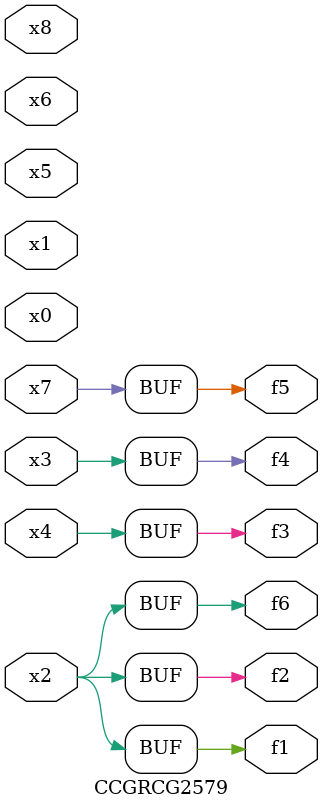
<source format=v>
module CCGRCG2579(
	input x0, x1, x2, x3, x4, x5, x6, x7, x8,
	output f1, f2, f3, f4, f5, f6
);
	assign f1 = x2;
	assign f2 = x2;
	assign f3 = x4;
	assign f4 = x3;
	assign f5 = x7;
	assign f6 = x2;
endmodule

</source>
